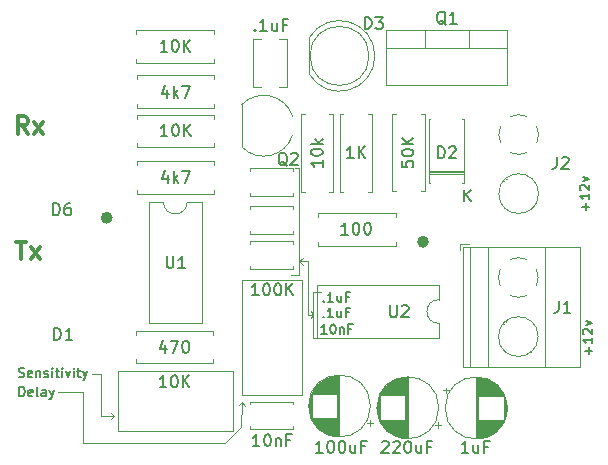
<source format=gbr>
G04 #@! TF.GenerationSoftware,KiCad,Pcbnew,(5.1.4)-1*
G04 #@! TF.CreationDate,2020-06-05T11:24:34+05:30*
G04 #@! TF.ProjectId,v1.0,76312e30-2e6b-4696-9361-645f70636258,rev?*
G04 #@! TF.SameCoordinates,Original*
G04 #@! TF.FileFunction,Legend,Top*
G04 #@! TF.FilePolarity,Positive*
%FSLAX46Y46*%
G04 Gerber Fmt 4.6, Leading zero omitted, Abs format (unit mm)*
G04 Created by KiCad (PCBNEW (5.1.4)-1) date 2020-06-05 11:24:34*
%MOMM*%
%LPD*%
G04 APERTURE LIST*
%ADD10C,0.150000*%
%ADD11C,0.120000*%
%ADD12C,0.500000*%
%ADD13C,0.300000*%
G04 APERTURE END LIST*
D10*
X133153142Y-133197428D02*
X133153142Y-132587904D01*
X133457904Y-132892666D02*
X132848380Y-132892666D01*
X133457904Y-131787904D02*
X133457904Y-132245047D01*
X133457904Y-132016476D02*
X132657904Y-132016476D01*
X132772190Y-132092666D01*
X132848380Y-132168857D01*
X132886476Y-132245047D01*
X132734095Y-131483142D02*
X132696000Y-131445047D01*
X132657904Y-131368857D01*
X132657904Y-131178380D01*
X132696000Y-131102190D01*
X132734095Y-131064095D01*
X132810285Y-131026000D01*
X132886476Y-131026000D01*
X133000761Y-131064095D01*
X133457904Y-131521238D01*
X133457904Y-131026000D01*
X132924571Y-130759333D02*
X133457904Y-130568857D01*
X132924571Y-130378380D01*
X133407142Y-145389428D02*
X133407142Y-144779904D01*
X133711904Y-145084666D02*
X133102380Y-145084666D01*
X133711904Y-143979904D02*
X133711904Y-144437047D01*
X133711904Y-144208476D02*
X132911904Y-144208476D01*
X133026190Y-144284666D01*
X133102380Y-144360857D01*
X133140476Y-144437047D01*
X132988095Y-143675142D02*
X132950000Y-143637047D01*
X132911904Y-143560857D01*
X132911904Y-143370380D01*
X132950000Y-143294190D01*
X132988095Y-143256095D01*
X133064285Y-143218000D01*
X133140476Y-143218000D01*
X133254761Y-143256095D01*
X133711904Y-143713238D01*
X133711904Y-143218000D01*
X133178571Y-142951333D02*
X133711904Y-142760857D01*
X133178571Y-142570380D01*
D11*
X90570000Y-148590000D02*
X90570000Y-152900000D01*
X88500000Y-148590000D02*
X90570000Y-148590000D01*
X92080000Y-147020000D02*
X91350000Y-147020000D01*
X92080000Y-150650000D02*
X92080000Y-147020000D01*
X110060000Y-142020000D02*
X109840000Y-142300000D01*
X110070000Y-142030000D02*
X109850000Y-141760000D01*
X108840000Y-137530000D02*
X109200000Y-137830000D01*
X108860000Y-137500000D02*
X109200000Y-137250000D01*
X109590000Y-137530000D02*
X108840000Y-137530000D01*
X109590000Y-142030000D02*
X109590000Y-137530000D01*
X110080000Y-142030000D02*
X109590000Y-142030000D01*
X110090000Y-144020000D02*
X110640000Y-144020000D01*
X110090000Y-143880000D02*
X110090000Y-144020000D01*
X110090000Y-140080000D02*
X110090000Y-143880000D01*
X110730000Y-140080000D02*
X110090000Y-140080000D01*
X108840000Y-138650000D02*
X108190000Y-138650000D01*
X108840000Y-129630000D02*
X108840000Y-138650000D01*
X108550000Y-129630000D02*
X108840000Y-129630000D01*
X93180000Y-150650000D02*
X92940000Y-150890000D01*
X92920000Y-150390000D02*
X93180000Y-150650000D01*
X93180000Y-150650000D02*
X92920000Y-150390000D01*
X92080000Y-150650000D02*
X93180000Y-150650000D01*
D10*
X85124761Y-147303809D02*
X85239047Y-147341904D01*
X85429523Y-147341904D01*
X85505714Y-147303809D01*
X85543809Y-147265714D01*
X85581904Y-147189523D01*
X85581904Y-147113333D01*
X85543809Y-147037142D01*
X85505714Y-146999047D01*
X85429523Y-146960952D01*
X85277142Y-146922857D01*
X85200952Y-146884761D01*
X85162857Y-146846666D01*
X85124761Y-146770476D01*
X85124761Y-146694285D01*
X85162857Y-146618095D01*
X85200952Y-146580000D01*
X85277142Y-146541904D01*
X85467619Y-146541904D01*
X85581904Y-146580000D01*
X86229523Y-147303809D02*
X86153333Y-147341904D01*
X86000952Y-147341904D01*
X85924761Y-147303809D01*
X85886666Y-147227619D01*
X85886666Y-146922857D01*
X85924761Y-146846666D01*
X86000952Y-146808571D01*
X86153333Y-146808571D01*
X86229523Y-146846666D01*
X86267619Y-146922857D01*
X86267619Y-146999047D01*
X85886666Y-147075238D01*
X86610476Y-146808571D02*
X86610476Y-147341904D01*
X86610476Y-146884761D02*
X86648571Y-146846666D01*
X86724761Y-146808571D01*
X86839047Y-146808571D01*
X86915238Y-146846666D01*
X86953333Y-146922857D01*
X86953333Y-147341904D01*
X87296190Y-147303809D02*
X87372380Y-147341904D01*
X87524761Y-147341904D01*
X87600952Y-147303809D01*
X87639047Y-147227619D01*
X87639047Y-147189523D01*
X87600952Y-147113333D01*
X87524761Y-147075238D01*
X87410476Y-147075238D01*
X87334285Y-147037142D01*
X87296190Y-146960952D01*
X87296190Y-146922857D01*
X87334285Y-146846666D01*
X87410476Y-146808571D01*
X87524761Y-146808571D01*
X87600952Y-146846666D01*
X87981904Y-147341904D02*
X87981904Y-146808571D01*
X87981904Y-146541904D02*
X87943809Y-146580000D01*
X87981904Y-146618095D01*
X88020000Y-146580000D01*
X87981904Y-146541904D01*
X87981904Y-146618095D01*
X88248571Y-146808571D02*
X88553333Y-146808571D01*
X88362857Y-146541904D02*
X88362857Y-147227619D01*
X88400952Y-147303809D01*
X88477142Y-147341904D01*
X88553333Y-147341904D01*
X88820000Y-147341904D02*
X88820000Y-146808571D01*
X88820000Y-146541904D02*
X88781904Y-146580000D01*
X88820000Y-146618095D01*
X88858095Y-146580000D01*
X88820000Y-146541904D01*
X88820000Y-146618095D01*
X89124761Y-146808571D02*
X89315238Y-147341904D01*
X89505714Y-146808571D01*
X89810476Y-147341904D02*
X89810476Y-146808571D01*
X89810476Y-146541904D02*
X89772380Y-146580000D01*
X89810476Y-146618095D01*
X89848571Y-146580000D01*
X89810476Y-146541904D01*
X89810476Y-146618095D01*
X90077142Y-146808571D02*
X90381904Y-146808571D01*
X90191428Y-146541904D02*
X90191428Y-147227619D01*
X90229523Y-147303809D01*
X90305714Y-147341904D01*
X90381904Y-147341904D01*
X90572380Y-146808571D02*
X90762857Y-147341904D01*
X90953333Y-146808571D02*
X90762857Y-147341904D01*
X90686666Y-147532380D01*
X90648571Y-147570476D01*
X90572380Y-147608571D01*
D11*
X104080000Y-149460000D02*
X104320000Y-149750000D01*
X103790000Y-149720000D02*
X104080000Y-149460000D01*
X104080000Y-149450000D02*
X103790000Y-149720000D01*
X103920000Y-151580000D02*
X104080000Y-149450000D01*
X102600000Y-152900000D02*
X103920000Y-151580000D01*
X90570000Y-152900000D02*
X102600000Y-152900000D01*
D10*
X85185428Y-148951904D02*
X85185428Y-148151904D01*
X85375904Y-148151904D01*
X85490190Y-148190000D01*
X85566380Y-148266190D01*
X85604476Y-148342380D01*
X85642571Y-148494761D01*
X85642571Y-148609047D01*
X85604476Y-148761428D01*
X85566380Y-148837619D01*
X85490190Y-148913809D01*
X85375904Y-148951904D01*
X85185428Y-148951904D01*
X86290190Y-148913809D02*
X86214000Y-148951904D01*
X86061619Y-148951904D01*
X85985428Y-148913809D01*
X85947333Y-148837619D01*
X85947333Y-148532857D01*
X85985428Y-148456666D01*
X86061619Y-148418571D01*
X86214000Y-148418571D01*
X86290190Y-148456666D01*
X86328285Y-148532857D01*
X86328285Y-148609047D01*
X85947333Y-148685238D01*
X86785428Y-148951904D02*
X86709238Y-148913809D01*
X86671142Y-148837619D01*
X86671142Y-148151904D01*
X87433047Y-148951904D02*
X87433047Y-148532857D01*
X87394952Y-148456666D01*
X87318761Y-148418571D01*
X87166380Y-148418571D01*
X87090190Y-148456666D01*
X87433047Y-148913809D02*
X87356857Y-148951904D01*
X87166380Y-148951904D01*
X87090190Y-148913809D01*
X87052095Y-148837619D01*
X87052095Y-148761428D01*
X87090190Y-148685238D01*
X87166380Y-148647142D01*
X87356857Y-148647142D01*
X87433047Y-148609047D01*
X87737809Y-148418571D02*
X87928285Y-148951904D01*
X88118761Y-148418571D02*
X87928285Y-148951904D01*
X87852095Y-149142380D01*
X87814000Y-149180476D01*
X87737809Y-149218571D01*
D12*
X119614000Y-135870000D02*
G75*
G03X119614000Y-135870000I-254000J0D01*
G01*
X92834000Y-133830000D02*
G75*
G03X92834000Y-133830000I-254000J0D01*
G01*
D13*
X84924285Y-135848571D02*
X85781428Y-135848571D01*
X85352857Y-137348571D02*
X85352857Y-135848571D01*
X86138571Y-137348571D02*
X86924285Y-136348571D01*
X86138571Y-136348571D02*
X86924285Y-137348571D01*
X85907142Y-126728571D02*
X85407142Y-126014285D01*
X85050000Y-126728571D02*
X85050000Y-125228571D01*
X85621428Y-125228571D01*
X85764285Y-125300000D01*
X85835714Y-125371428D01*
X85907142Y-125514285D01*
X85907142Y-125728571D01*
X85835714Y-125871428D01*
X85764285Y-125942857D01*
X85621428Y-126014285D01*
X85050000Y-126014285D01*
X86407142Y-126728571D02*
X87192857Y-125728571D01*
X86407142Y-125728571D02*
X87192857Y-126728571D01*
D11*
X105615000Y-122740000D02*
X104990000Y-122740000D01*
X107830000Y-122740000D02*
X107205000Y-122740000D01*
X105615000Y-118700000D02*
X104990000Y-118700000D01*
X107830000Y-118700000D02*
X107205000Y-118700000D01*
X104990000Y-118700000D02*
X104990000Y-122740000D01*
X107830000Y-118700000D02*
X107830000Y-122740000D01*
X119860000Y-130100000D02*
X122800000Y-130100000D01*
X119860000Y-129860000D02*
X122800000Y-129860000D01*
X119860000Y-129980000D02*
X122800000Y-129980000D01*
X122800000Y-125440000D02*
X122670000Y-125440000D01*
X122800000Y-130880000D02*
X122800000Y-125440000D01*
X122670000Y-130880000D02*
X122800000Y-130880000D01*
X119860000Y-125440000D02*
X119990000Y-125440000D01*
X119860000Y-130880000D02*
X119860000Y-125440000D01*
X119990000Y-130880000D02*
X119860000Y-130880000D01*
X104042316Y-127858445D02*
G75*
G03X108320000Y-126830000I1827684J1808445D01*
G01*
X104028259Y-124238125D02*
G75*
G02X108320000Y-125230000I1841741J-1811875D01*
G01*
X104020000Y-124250000D02*
X104020000Y-127850000D01*
X122530000Y-136090000D02*
X122530000Y-136590000D01*
X123270000Y-136090000D02*
X122530000Y-136090000D01*
X126407000Y-142663000D02*
X126361000Y-142616000D01*
X128705000Y-144960000D02*
X128669000Y-144925000D01*
X126191000Y-142856000D02*
X126156000Y-142821000D01*
X128499000Y-145165000D02*
X128453000Y-145118000D01*
X132691000Y-146450000D02*
X122770000Y-146450000D01*
X132691000Y-136330000D02*
X122770000Y-136330000D01*
X122770000Y-136330000D02*
X122770000Y-146450000D01*
X132691000Y-136330000D02*
X132691000Y-146450000D01*
X129731000Y-136330000D02*
X129731000Y-146450000D01*
X124830000Y-136330000D02*
X124830000Y-146450000D01*
X123330000Y-136330000D02*
X123330000Y-146450000D01*
X129110000Y-143890000D02*
G75*
G03X129110000Y-143890000I-1680000J0D01*
G01*
X125749747Y-138918805D02*
G75*
G02X125895000Y-138206000I1680253J28805D01*
G01*
X126746958Y-137354574D02*
G75*
G02X128114000Y-137355000I683042J-1535426D01*
G01*
X128965426Y-138206958D02*
G75*
G02X128965000Y-139574000I-1535426J-683042D01*
G01*
X128113042Y-140425426D02*
G75*
G02X126746000Y-140425000I-683042J1535426D01*
G01*
X125895244Y-139573318D02*
G75*
G02X125750000Y-138890000I1534756J683318D01*
G01*
X117050000Y-136200000D02*
X117050000Y-135870000D01*
X110510000Y-136200000D02*
X117050000Y-136200000D01*
X110510000Y-135870000D02*
X110510000Y-136200000D01*
X117050000Y-133460000D02*
X117050000Y-133790000D01*
X110510000Y-133460000D02*
X117050000Y-133460000D01*
X110510000Y-133790000D02*
X110510000Y-133460000D01*
X100640000Y-132500000D02*
X99390000Y-132500000D01*
X100640000Y-142780000D02*
X100640000Y-132500000D01*
X96140000Y-142780000D02*
X100640000Y-142780000D01*
X96140000Y-132500000D02*
X96140000Y-142780000D01*
X97390000Y-132500000D02*
X96140000Y-132500000D01*
X99390000Y-132500000D02*
G75*
G02X97390000Y-132500000I-1000000J0D01*
G01*
X116750000Y-131570000D02*
X117080000Y-131570000D01*
X116750000Y-125030000D02*
X116750000Y-131570000D01*
X117080000Y-125030000D02*
X116750000Y-125030000D01*
X119490000Y-131570000D02*
X119160000Y-131570000D01*
X119490000Y-125030000D02*
X119490000Y-131570000D01*
X119160000Y-125030000D02*
X119490000Y-125030000D01*
X109010000Y-131620000D02*
X109340000Y-131620000D01*
X109010000Y-125080000D02*
X109010000Y-131620000D01*
X109340000Y-125080000D02*
X109010000Y-125080000D01*
X111750000Y-131620000D02*
X111420000Y-131620000D01*
X111750000Y-125080000D02*
X111750000Y-131620000D01*
X111420000Y-125080000D02*
X111750000Y-125080000D01*
X123241000Y-117960000D02*
X123241000Y-119470000D01*
X119540000Y-117960000D02*
X119540000Y-119470000D01*
X116270000Y-119470000D02*
X126510000Y-119470000D01*
X126510000Y-117960000D02*
X126510000Y-122601000D01*
X116270000Y-117960000D02*
X116270000Y-122601000D01*
X116270000Y-122601000D02*
X126510000Y-122601000D01*
X116270000Y-117960000D02*
X126510000Y-117960000D01*
X104700000Y-132850000D02*
X108340000Y-132850000D01*
X104700000Y-135190000D02*
X108340000Y-135190000D01*
X104700000Y-132850000D02*
X104700000Y-133095000D01*
X104700000Y-134945000D02*
X104700000Y-135190000D01*
X108340000Y-132850000D02*
X108340000Y-133095000D01*
X108340000Y-134945000D02*
X108340000Y-135190000D01*
X121305225Y-148205000D02*
X121305225Y-148705000D01*
X121055225Y-148455000D02*
X121555225Y-148455000D01*
X126461000Y-149646000D02*
X126461000Y-150214000D01*
X126421000Y-149412000D02*
X126421000Y-150448000D01*
X126381000Y-149253000D02*
X126381000Y-150607000D01*
X126341000Y-149125000D02*
X126341000Y-150735000D01*
X126301000Y-149015000D02*
X126301000Y-150845000D01*
X126261000Y-148919000D02*
X126261000Y-150941000D01*
X126221000Y-148832000D02*
X126221000Y-151028000D01*
X126181000Y-148752000D02*
X126181000Y-151108000D01*
X126141000Y-150970000D02*
X126141000Y-151181000D01*
X126141000Y-148679000D02*
X126141000Y-148890000D01*
X126101000Y-150970000D02*
X126101000Y-151249000D01*
X126101000Y-148611000D02*
X126101000Y-148890000D01*
X126061000Y-150970000D02*
X126061000Y-151313000D01*
X126061000Y-148547000D02*
X126061000Y-148890000D01*
X126021000Y-150970000D02*
X126021000Y-151373000D01*
X126021000Y-148487000D02*
X126021000Y-148890000D01*
X125981000Y-150970000D02*
X125981000Y-151430000D01*
X125981000Y-148430000D02*
X125981000Y-148890000D01*
X125941000Y-150970000D02*
X125941000Y-151484000D01*
X125941000Y-148376000D02*
X125941000Y-148890000D01*
X125901000Y-150970000D02*
X125901000Y-151535000D01*
X125901000Y-148325000D02*
X125901000Y-148890000D01*
X125861000Y-150970000D02*
X125861000Y-151583000D01*
X125861000Y-148277000D02*
X125861000Y-148890000D01*
X125821000Y-150970000D02*
X125821000Y-151629000D01*
X125821000Y-148231000D02*
X125821000Y-148890000D01*
X125781000Y-150970000D02*
X125781000Y-151673000D01*
X125781000Y-148187000D02*
X125781000Y-148890000D01*
X125741000Y-150970000D02*
X125741000Y-151715000D01*
X125741000Y-148145000D02*
X125741000Y-148890000D01*
X125701000Y-150970000D02*
X125701000Y-151756000D01*
X125701000Y-148104000D02*
X125701000Y-148890000D01*
X125661000Y-150970000D02*
X125661000Y-151794000D01*
X125661000Y-148066000D02*
X125661000Y-148890000D01*
X125621000Y-150970000D02*
X125621000Y-151831000D01*
X125621000Y-148029000D02*
X125621000Y-148890000D01*
X125581000Y-150970000D02*
X125581000Y-151867000D01*
X125581000Y-147993000D02*
X125581000Y-148890000D01*
X125541000Y-150970000D02*
X125541000Y-151901000D01*
X125541000Y-147959000D02*
X125541000Y-148890000D01*
X125501000Y-150970000D02*
X125501000Y-151934000D01*
X125501000Y-147926000D02*
X125501000Y-148890000D01*
X125461000Y-150970000D02*
X125461000Y-151965000D01*
X125461000Y-147895000D02*
X125461000Y-148890000D01*
X125421000Y-150970000D02*
X125421000Y-151995000D01*
X125421000Y-147865000D02*
X125421000Y-148890000D01*
X125381000Y-150970000D02*
X125381000Y-152025000D01*
X125381000Y-147835000D02*
X125381000Y-148890000D01*
X125341000Y-150970000D02*
X125341000Y-152052000D01*
X125341000Y-147808000D02*
X125341000Y-148890000D01*
X125301000Y-150970000D02*
X125301000Y-152079000D01*
X125301000Y-147781000D02*
X125301000Y-148890000D01*
X125261000Y-150970000D02*
X125261000Y-152105000D01*
X125261000Y-147755000D02*
X125261000Y-148890000D01*
X125221000Y-150970000D02*
X125221000Y-152130000D01*
X125221000Y-147730000D02*
X125221000Y-148890000D01*
X125181000Y-150970000D02*
X125181000Y-152154000D01*
X125181000Y-147706000D02*
X125181000Y-148890000D01*
X125141000Y-150970000D02*
X125141000Y-152177000D01*
X125141000Y-147683000D02*
X125141000Y-148890000D01*
X125101000Y-150970000D02*
X125101000Y-152198000D01*
X125101000Y-147662000D02*
X125101000Y-148890000D01*
X125061000Y-150970000D02*
X125061000Y-152220000D01*
X125061000Y-147640000D02*
X125061000Y-148890000D01*
X125021000Y-150970000D02*
X125021000Y-152240000D01*
X125021000Y-147620000D02*
X125021000Y-148890000D01*
X124981000Y-150970000D02*
X124981000Y-152259000D01*
X124981000Y-147601000D02*
X124981000Y-148890000D01*
X124941000Y-150970000D02*
X124941000Y-152278000D01*
X124941000Y-147582000D02*
X124941000Y-148890000D01*
X124901000Y-150970000D02*
X124901000Y-152295000D01*
X124901000Y-147565000D02*
X124901000Y-148890000D01*
X124861000Y-150970000D02*
X124861000Y-152312000D01*
X124861000Y-147548000D02*
X124861000Y-148890000D01*
X124821000Y-150970000D02*
X124821000Y-152328000D01*
X124821000Y-147532000D02*
X124821000Y-148890000D01*
X124781000Y-150970000D02*
X124781000Y-152344000D01*
X124781000Y-147516000D02*
X124781000Y-148890000D01*
X124741000Y-150970000D02*
X124741000Y-152358000D01*
X124741000Y-147502000D02*
X124741000Y-148890000D01*
X124701000Y-150970000D02*
X124701000Y-152372000D01*
X124701000Y-147488000D02*
X124701000Y-148890000D01*
X124661000Y-150970000D02*
X124661000Y-152385000D01*
X124661000Y-147475000D02*
X124661000Y-148890000D01*
X124621000Y-150970000D02*
X124621000Y-152398000D01*
X124621000Y-147462000D02*
X124621000Y-148890000D01*
X124581000Y-150970000D02*
X124581000Y-152410000D01*
X124581000Y-147450000D02*
X124581000Y-148890000D01*
X124540000Y-150970000D02*
X124540000Y-152421000D01*
X124540000Y-147439000D02*
X124540000Y-148890000D01*
X124500000Y-150970000D02*
X124500000Y-152431000D01*
X124500000Y-147429000D02*
X124500000Y-148890000D01*
X124460000Y-150970000D02*
X124460000Y-152441000D01*
X124460000Y-147419000D02*
X124460000Y-148890000D01*
X124420000Y-150970000D02*
X124420000Y-152450000D01*
X124420000Y-147410000D02*
X124420000Y-148890000D01*
X124380000Y-150970000D02*
X124380000Y-152458000D01*
X124380000Y-147402000D02*
X124380000Y-148890000D01*
X124340000Y-150970000D02*
X124340000Y-152466000D01*
X124340000Y-147394000D02*
X124340000Y-148890000D01*
X124300000Y-150970000D02*
X124300000Y-152473000D01*
X124300000Y-147387000D02*
X124300000Y-148890000D01*
X124260000Y-150970000D02*
X124260000Y-152480000D01*
X124260000Y-147380000D02*
X124260000Y-148890000D01*
X124220000Y-150970000D02*
X124220000Y-152486000D01*
X124220000Y-147374000D02*
X124220000Y-148890000D01*
X124180000Y-150970000D02*
X124180000Y-152491000D01*
X124180000Y-147369000D02*
X124180000Y-148890000D01*
X124140000Y-150970000D02*
X124140000Y-152495000D01*
X124140000Y-147365000D02*
X124140000Y-148890000D01*
X124100000Y-150970000D02*
X124100000Y-152499000D01*
X124100000Y-147361000D02*
X124100000Y-148890000D01*
X124060000Y-147357000D02*
X124060000Y-152503000D01*
X124020000Y-147354000D02*
X124020000Y-152506000D01*
X123980000Y-147352000D02*
X123980000Y-152508000D01*
X123940000Y-147351000D02*
X123940000Y-152509000D01*
X123900000Y-147350000D02*
X123900000Y-152510000D01*
X123860000Y-147350000D02*
X123860000Y-152510000D01*
X126480000Y-149930000D02*
G75*
G03X126480000Y-149930000I-2620000J0D01*
G01*
X104700000Y-135810000D02*
X108340000Y-135810000D01*
X104700000Y-138150000D02*
X108340000Y-138150000D01*
X104700000Y-135810000D02*
X104700000Y-136055000D01*
X104700000Y-137905000D02*
X104700000Y-138150000D01*
X108340000Y-135810000D02*
X108340000Y-136055000D01*
X108340000Y-137905000D02*
X108340000Y-138150000D01*
X126437000Y-130563000D02*
X126391000Y-130516000D01*
X128735000Y-132860000D02*
X128699000Y-132825000D01*
X126221000Y-130756000D02*
X126186000Y-130721000D01*
X128529000Y-133065000D02*
X128483000Y-133018000D01*
X129140000Y-131790000D02*
G75*
G03X129140000Y-131790000I-1680000J0D01*
G01*
X125779747Y-126818805D02*
G75*
G02X125925000Y-126106000I1680253J28805D01*
G01*
X126776958Y-125254574D02*
G75*
G02X128144000Y-125255000I683042J-1535426D01*
G01*
X128995426Y-126106958D02*
G75*
G02X128995000Y-127474000I-1535426J-683042D01*
G01*
X128143042Y-128325426D02*
G75*
G02X126776000Y-128325000I-683042J1535426D01*
G01*
X125925244Y-127473318D02*
G75*
G02X125780000Y-126790000I1534756J683318D01*
G01*
X115280000Y-120130462D02*
G75*
G03X109730000Y-118585170I-2990000J462D01*
G01*
X115280000Y-120129538D02*
G75*
G02X109730000Y-121674830I-2990000J-462D01*
G01*
X114790000Y-120130000D02*
G75*
G03X114790000Y-120130000I-2500000J0D01*
G01*
X109730000Y-118585000D02*
X109730000Y-121675000D01*
X95100000Y-117960000D02*
X95100000Y-118290000D01*
X101640000Y-117960000D02*
X95100000Y-117960000D01*
X101640000Y-118290000D02*
X101640000Y-117960000D01*
X95100000Y-120700000D02*
X95100000Y-120370000D01*
X101640000Y-120700000D02*
X95100000Y-120700000D01*
X101640000Y-120370000D02*
X101640000Y-120700000D01*
X120624775Y-151645000D02*
X120624775Y-151145000D01*
X120874775Y-151395000D02*
X120374775Y-151395000D01*
X115469000Y-150204000D02*
X115469000Y-149636000D01*
X115509000Y-150438000D02*
X115509000Y-149402000D01*
X115549000Y-150597000D02*
X115549000Y-149243000D01*
X115589000Y-150725000D02*
X115589000Y-149115000D01*
X115629000Y-150835000D02*
X115629000Y-149005000D01*
X115669000Y-150931000D02*
X115669000Y-148909000D01*
X115709000Y-151018000D02*
X115709000Y-148822000D01*
X115749000Y-151098000D02*
X115749000Y-148742000D01*
X115789000Y-148880000D02*
X115789000Y-148669000D01*
X115789000Y-151171000D02*
X115789000Y-150960000D01*
X115829000Y-148880000D02*
X115829000Y-148601000D01*
X115829000Y-151239000D02*
X115829000Y-150960000D01*
X115869000Y-148880000D02*
X115869000Y-148537000D01*
X115869000Y-151303000D02*
X115869000Y-150960000D01*
X115909000Y-148880000D02*
X115909000Y-148477000D01*
X115909000Y-151363000D02*
X115909000Y-150960000D01*
X115949000Y-148880000D02*
X115949000Y-148420000D01*
X115949000Y-151420000D02*
X115949000Y-150960000D01*
X115989000Y-148880000D02*
X115989000Y-148366000D01*
X115989000Y-151474000D02*
X115989000Y-150960000D01*
X116029000Y-148880000D02*
X116029000Y-148315000D01*
X116029000Y-151525000D02*
X116029000Y-150960000D01*
X116069000Y-148880000D02*
X116069000Y-148267000D01*
X116069000Y-151573000D02*
X116069000Y-150960000D01*
X116109000Y-148880000D02*
X116109000Y-148221000D01*
X116109000Y-151619000D02*
X116109000Y-150960000D01*
X116149000Y-148880000D02*
X116149000Y-148177000D01*
X116149000Y-151663000D02*
X116149000Y-150960000D01*
X116189000Y-148880000D02*
X116189000Y-148135000D01*
X116189000Y-151705000D02*
X116189000Y-150960000D01*
X116229000Y-148880000D02*
X116229000Y-148094000D01*
X116229000Y-151746000D02*
X116229000Y-150960000D01*
X116269000Y-148880000D02*
X116269000Y-148056000D01*
X116269000Y-151784000D02*
X116269000Y-150960000D01*
X116309000Y-148880000D02*
X116309000Y-148019000D01*
X116309000Y-151821000D02*
X116309000Y-150960000D01*
X116349000Y-148880000D02*
X116349000Y-147983000D01*
X116349000Y-151857000D02*
X116349000Y-150960000D01*
X116389000Y-148880000D02*
X116389000Y-147949000D01*
X116389000Y-151891000D02*
X116389000Y-150960000D01*
X116429000Y-148880000D02*
X116429000Y-147916000D01*
X116429000Y-151924000D02*
X116429000Y-150960000D01*
X116469000Y-148880000D02*
X116469000Y-147885000D01*
X116469000Y-151955000D02*
X116469000Y-150960000D01*
X116509000Y-148880000D02*
X116509000Y-147855000D01*
X116509000Y-151985000D02*
X116509000Y-150960000D01*
X116549000Y-148880000D02*
X116549000Y-147825000D01*
X116549000Y-152015000D02*
X116549000Y-150960000D01*
X116589000Y-148880000D02*
X116589000Y-147798000D01*
X116589000Y-152042000D02*
X116589000Y-150960000D01*
X116629000Y-148880000D02*
X116629000Y-147771000D01*
X116629000Y-152069000D02*
X116629000Y-150960000D01*
X116669000Y-148880000D02*
X116669000Y-147745000D01*
X116669000Y-152095000D02*
X116669000Y-150960000D01*
X116709000Y-148880000D02*
X116709000Y-147720000D01*
X116709000Y-152120000D02*
X116709000Y-150960000D01*
X116749000Y-148880000D02*
X116749000Y-147696000D01*
X116749000Y-152144000D02*
X116749000Y-150960000D01*
X116789000Y-148880000D02*
X116789000Y-147673000D01*
X116789000Y-152167000D02*
X116789000Y-150960000D01*
X116829000Y-148880000D02*
X116829000Y-147652000D01*
X116829000Y-152188000D02*
X116829000Y-150960000D01*
X116869000Y-148880000D02*
X116869000Y-147630000D01*
X116869000Y-152210000D02*
X116869000Y-150960000D01*
X116909000Y-148880000D02*
X116909000Y-147610000D01*
X116909000Y-152230000D02*
X116909000Y-150960000D01*
X116949000Y-148880000D02*
X116949000Y-147591000D01*
X116949000Y-152249000D02*
X116949000Y-150960000D01*
X116989000Y-148880000D02*
X116989000Y-147572000D01*
X116989000Y-152268000D02*
X116989000Y-150960000D01*
X117029000Y-148880000D02*
X117029000Y-147555000D01*
X117029000Y-152285000D02*
X117029000Y-150960000D01*
X117069000Y-148880000D02*
X117069000Y-147538000D01*
X117069000Y-152302000D02*
X117069000Y-150960000D01*
X117109000Y-148880000D02*
X117109000Y-147522000D01*
X117109000Y-152318000D02*
X117109000Y-150960000D01*
X117149000Y-148880000D02*
X117149000Y-147506000D01*
X117149000Y-152334000D02*
X117149000Y-150960000D01*
X117189000Y-148880000D02*
X117189000Y-147492000D01*
X117189000Y-152348000D02*
X117189000Y-150960000D01*
X117229000Y-148880000D02*
X117229000Y-147478000D01*
X117229000Y-152362000D02*
X117229000Y-150960000D01*
X117269000Y-148880000D02*
X117269000Y-147465000D01*
X117269000Y-152375000D02*
X117269000Y-150960000D01*
X117309000Y-148880000D02*
X117309000Y-147452000D01*
X117309000Y-152388000D02*
X117309000Y-150960000D01*
X117349000Y-148880000D02*
X117349000Y-147440000D01*
X117349000Y-152400000D02*
X117349000Y-150960000D01*
X117390000Y-148880000D02*
X117390000Y-147429000D01*
X117390000Y-152411000D02*
X117390000Y-150960000D01*
X117430000Y-148880000D02*
X117430000Y-147419000D01*
X117430000Y-152421000D02*
X117430000Y-150960000D01*
X117470000Y-148880000D02*
X117470000Y-147409000D01*
X117470000Y-152431000D02*
X117470000Y-150960000D01*
X117510000Y-148880000D02*
X117510000Y-147400000D01*
X117510000Y-152440000D02*
X117510000Y-150960000D01*
X117550000Y-148880000D02*
X117550000Y-147392000D01*
X117550000Y-152448000D02*
X117550000Y-150960000D01*
X117590000Y-148880000D02*
X117590000Y-147384000D01*
X117590000Y-152456000D02*
X117590000Y-150960000D01*
X117630000Y-148880000D02*
X117630000Y-147377000D01*
X117630000Y-152463000D02*
X117630000Y-150960000D01*
X117670000Y-148880000D02*
X117670000Y-147370000D01*
X117670000Y-152470000D02*
X117670000Y-150960000D01*
X117710000Y-148880000D02*
X117710000Y-147364000D01*
X117710000Y-152476000D02*
X117710000Y-150960000D01*
X117750000Y-148880000D02*
X117750000Y-147359000D01*
X117750000Y-152481000D02*
X117750000Y-150960000D01*
X117790000Y-148880000D02*
X117790000Y-147355000D01*
X117790000Y-152485000D02*
X117790000Y-150960000D01*
X117830000Y-148880000D02*
X117830000Y-147351000D01*
X117830000Y-152489000D02*
X117830000Y-150960000D01*
X117870000Y-152493000D02*
X117870000Y-147347000D01*
X117910000Y-152496000D02*
X117910000Y-147344000D01*
X117950000Y-152498000D02*
X117950000Y-147342000D01*
X117990000Y-152499000D02*
X117990000Y-147341000D01*
X118030000Y-152500000D02*
X118030000Y-147340000D01*
X118070000Y-152500000D02*
X118070000Y-147340000D01*
X120690000Y-149920000D02*
G75*
G03X120690000Y-149920000I-2620000J0D01*
G01*
X108340000Y-131745000D02*
X108340000Y-131990000D01*
X108340000Y-129650000D02*
X108340000Y-129895000D01*
X104700000Y-131745000D02*
X104700000Y-131990000D01*
X104700000Y-129650000D02*
X104700000Y-129895000D01*
X104700000Y-131990000D02*
X108340000Y-131990000D01*
X104700000Y-129650000D02*
X108340000Y-129650000D01*
X108380000Y-151730000D02*
X104740000Y-151730000D01*
X108380000Y-149390000D02*
X104740000Y-149390000D01*
X108380000Y-151730000D02*
X108380000Y-151485000D01*
X108380000Y-149635000D02*
X108380000Y-149390000D01*
X104740000Y-151730000D02*
X104740000Y-151485000D01*
X104740000Y-149635000D02*
X104740000Y-149390000D01*
X114910000Y-149770000D02*
G75*
G03X114910000Y-149770000I-2620000J0D01*
G01*
X112290000Y-152350000D02*
X112290000Y-147190000D01*
X112250000Y-152350000D02*
X112250000Y-147190000D01*
X112210000Y-152349000D02*
X112210000Y-147191000D01*
X112170000Y-152348000D02*
X112170000Y-147192000D01*
X112130000Y-152346000D02*
X112130000Y-147194000D01*
X112090000Y-152343000D02*
X112090000Y-147197000D01*
X112050000Y-152339000D02*
X112050000Y-150810000D01*
X112050000Y-148730000D02*
X112050000Y-147201000D01*
X112010000Y-152335000D02*
X112010000Y-150810000D01*
X112010000Y-148730000D02*
X112010000Y-147205000D01*
X111970000Y-152331000D02*
X111970000Y-150810000D01*
X111970000Y-148730000D02*
X111970000Y-147209000D01*
X111930000Y-152326000D02*
X111930000Y-150810000D01*
X111930000Y-148730000D02*
X111930000Y-147214000D01*
X111890000Y-152320000D02*
X111890000Y-150810000D01*
X111890000Y-148730000D02*
X111890000Y-147220000D01*
X111850000Y-152313000D02*
X111850000Y-150810000D01*
X111850000Y-148730000D02*
X111850000Y-147227000D01*
X111810000Y-152306000D02*
X111810000Y-150810000D01*
X111810000Y-148730000D02*
X111810000Y-147234000D01*
X111770000Y-152298000D02*
X111770000Y-150810000D01*
X111770000Y-148730000D02*
X111770000Y-147242000D01*
X111730000Y-152290000D02*
X111730000Y-150810000D01*
X111730000Y-148730000D02*
X111730000Y-147250000D01*
X111690000Y-152281000D02*
X111690000Y-150810000D01*
X111690000Y-148730000D02*
X111690000Y-147259000D01*
X111650000Y-152271000D02*
X111650000Y-150810000D01*
X111650000Y-148730000D02*
X111650000Y-147269000D01*
X111610000Y-152261000D02*
X111610000Y-150810000D01*
X111610000Y-148730000D02*
X111610000Y-147279000D01*
X111569000Y-152250000D02*
X111569000Y-150810000D01*
X111569000Y-148730000D02*
X111569000Y-147290000D01*
X111529000Y-152238000D02*
X111529000Y-150810000D01*
X111529000Y-148730000D02*
X111529000Y-147302000D01*
X111489000Y-152225000D02*
X111489000Y-150810000D01*
X111489000Y-148730000D02*
X111489000Y-147315000D01*
X111449000Y-152212000D02*
X111449000Y-150810000D01*
X111449000Y-148730000D02*
X111449000Y-147328000D01*
X111409000Y-152198000D02*
X111409000Y-150810000D01*
X111409000Y-148730000D02*
X111409000Y-147342000D01*
X111369000Y-152184000D02*
X111369000Y-150810000D01*
X111369000Y-148730000D02*
X111369000Y-147356000D01*
X111329000Y-152168000D02*
X111329000Y-150810000D01*
X111329000Y-148730000D02*
X111329000Y-147372000D01*
X111289000Y-152152000D02*
X111289000Y-150810000D01*
X111289000Y-148730000D02*
X111289000Y-147388000D01*
X111249000Y-152135000D02*
X111249000Y-150810000D01*
X111249000Y-148730000D02*
X111249000Y-147405000D01*
X111209000Y-152118000D02*
X111209000Y-150810000D01*
X111209000Y-148730000D02*
X111209000Y-147422000D01*
X111169000Y-152099000D02*
X111169000Y-150810000D01*
X111169000Y-148730000D02*
X111169000Y-147441000D01*
X111129000Y-152080000D02*
X111129000Y-150810000D01*
X111129000Y-148730000D02*
X111129000Y-147460000D01*
X111089000Y-152060000D02*
X111089000Y-150810000D01*
X111089000Y-148730000D02*
X111089000Y-147480000D01*
X111049000Y-152038000D02*
X111049000Y-150810000D01*
X111049000Y-148730000D02*
X111049000Y-147502000D01*
X111009000Y-152017000D02*
X111009000Y-150810000D01*
X111009000Y-148730000D02*
X111009000Y-147523000D01*
X110969000Y-151994000D02*
X110969000Y-150810000D01*
X110969000Y-148730000D02*
X110969000Y-147546000D01*
X110929000Y-151970000D02*
X110929000Y-150810000D01*
X110929000Y-148730000D02*
X110929000Y-147570000D01*
X110889000Y-151945000D02*
X110889000Y-150810000D01*
X110889000Y-148730000D02*
X110889000Y-147595000D01*
X110849000Y-151919000D02*
X110849000Y-150810000D01*
X110849000Y-148730000D02*
X110849000Y-147621000D01*
X110809000Y-151892000D02*
X110809000Y-150810000D01*
X110809000Y-148730000D02*
X110809000Y-147648000D01*
X110769000Y-151865000D02*
X110769000Y-150810000D01*
X110769000Y-148730000D02*
X110769000Y-147675000D01*
X110729000Y-151835000D02*
X110729000Y-150810000D01*
X110729000Y-148730000D02*
X110729000Y-147705000D01*
X110689000Y-151805000D02*
X110689000Y-150810000D01*
X110689000Y-148730000D02*
X110689000Y-147735000D01*
X110649000Y-151774000D02*
X110649000Y-150810000D01*
X110649000Y-148730000D02*
X110649000Y-147766000D01*
X110609000Y-151741000D02*
X110609000Y-150810000D01*
X110609000Y-148730000D02*
X110609000Y-147799000D01*
X110569000Y-151707000D02*
X110569000Y-150810000D01*
X110569000Y-148730000D02*
X110569000Y-147833000D01*
X110529000Y-151671000D02*
X110529000Y-150810000D01*
X110529000Y-148730000D02*
X110529000Y-147869000D01*
X110489000Y-151634000D02*
X110489000Y-150810000D01*
X110489000Y-148730000D02*
X110489000Y-147906000D01*
X110449000Y-151596000D02*
X110449000Y-150810000D01*
X110449000Y-148730000D02*
X110449000Y-147944000D01*
X110409000Y-151555000D02*
X110409000Y-150810000D01*
X110409000Y-148730000D02*
X110409000Y-147985000D01*
X110369000Y-151513000D02*
X110369000Y-150810000D01*
X110369000Y-148730000D02*
X110369000Y-148027000D01*
X110329000Y-151469000D02*
X110329000Y-150810000D01*
X110329000Y-148730000D02*
X110329000Y-148071000D01*
X110289000Y-151423000D02*
X110289000Y-150810000D01*
X110289000Y-148730000D02*
X110289000Y-148117000D01*
X110249000Y-151375000D02*
X110249000Y-150810000D01*
X110249000Y-148730000D02*
X110249000Y-148165000D01*
X110209000Y-151324000D02*
X110209000Y-150810000D01*
X110209000Y-148730000D02*
X110209000Y-148216000D01*
X110169000Y-151270000D02*
X110169000Y-150810000D01*
X110169000Y-148730000D02*
X110169000Y-148270000D01*
X110129000Y-151213000D02*
X110129000Y-150810000D01*
X110129000Y-148730000D02*
X110129000Y-148327000D01*
X110089000Y-151153000D02*
X110089000Y-150810000D01*
X110089000Y-148730000D02*
X110089000Y-148387000D01*
X110049000Y-151089000D02*
X110049000Y-150810000D01*
X110049000Y-148730000D02*
X110049000Y-148451000D01*
X110009000Y-151021000D02*
X110009000Y-150810000D01*
X110009000Y-148730000D02*
X110009000Y-148519000D01*
X109969000Y-150948000D02*
X109969000Y-148592000D01*
X109929000Y-150868000D02*
X109929000Y-148672000D01*
X109889000Y-150781000D02*
X109889000Y-148759000D01*
X109849000Y-150685000D02*
X109849000Y-148855000D01*
X109809000Y-150575000D02*
X109809000Y-148965000D01*
X109769000Y-150447000D02*
X109769000Y-149093000D01*
X109729000Y-150288000D02*
X109729000Y-149252000D01*
X109689000Y-150054000D02*
X109689000Y-149486000D01*
X115094775Y-151245000D02*
X114594775Y-151245000D01*
X114844775Y-151495000D02*
X114844775Y-150995000D01*
X101610000Y-145810000D02*
X101610000Y-146140000D01*
X101610000Y-146140000D02*
X95070000Y-146140000D01*
X95070000Y-146140000D02*
X95070000Y-145810000D01*
X101610000Y-143730000D02*
X101610000Y-143400000D01*
X101610000Y-143400000D02*
X95070000Y-143400000D01*
X95070000Y-143400000D02*
X95070000Y-143730000D01*
X95120000Y-121770000D02*
X95120000Y-122100000D01*
X101660000Y-121770000D02*
X95120000Y-121770000D01*
X101660000Y-122100000D02*
X101660000Y-121770000D01*
X95120000Y-124510000D02*
X95120000Y-124180000D01*
X101660000Y-124510000D02*
X95120000Y-124510000D01*
X101660000Y-124180000D02*
X101660000Y-124510000D01*
X101680000Y-131800000D02*
X101680000Y-131470000D01*
X95140000Y-131800000D02*
X101680000Y-131800000D01*
X95140000Y-131470000D02*
X95140000Y-131800000D01*
X101680000Y-129060000D02*
X101680000Y-129390000D01*
X95140000Y-129060000D02*
X101680000Y-129060000D01*
X95140000Y-129390000D02*
X95140000Y-129060000D01*
X101660000Y-127510000D02*
X101660000Y-127840000D01*
X101660000Y-127840000D02*
X95120000Y-127840000D01*
X95120000Y-127840000D02*
X95120000Y-127510000D01*
X101660000Y-125430000D02*
X101660000Y-125100000D01*
X101660000Y-125100000D02*
X95120000Y-125100000D01*
X95120000Y-125100000D02*
X95120000Y-125430000D01*
X112300000Y-131620000D02*
X112630000Y-131620000D01*
X112300000Y-125080000D02*
X112300000Y-131620000D01*
X112630000Y-125080000D02*
X112300000Y-125080000D01*
X115040000Y-131620000D02*
X114710000Y-131620000D01*
X115040000Y-125080000D02*
X115040000Y-131620000D01*
X114710000Y-125080000D02*
X115040000Y-125080000D01*
X103305000Y-146780000D02*
X103305000Y-151850000D01*
X93535000Y-146780000D02*
X93535000Y-151850000D01*
X93535000Y-151850000D02*
X103305000Y-151850000D01*
X93535000Y-146780000D02*
X103305000Y-146780000D01*
X104050000Y-148865000D02*
X104050000Y-139095000D01*
X109120000Y-148865000D02*
X109120000Y-139095000D01*
X104050000Y-148865000D02*
X109120000Y-148865000D01*
X104050000Y-139095000D02*
X109120000Y-139095000D01*
X120690000Y-142770000D02*
G75*
G02X120690000Y-140770000I0J1000000D01*
G01*
X120690000Y-140770000D02*
X120690000Y-139520000D01*
X120690000Y-139520000D02*
X110410000Y-139520000D01*
X110410000Y-139520000D02*
X110410000Y-144020000D01*
X110410000Y-144020000D02*
X120690000Y-144020000D01*
X120690000Y-144020000D02*
X120690000Y-142770000D01*
D10*
X105142857Y-117917142D02*
X105190476Y-117964761D01*
X105142857Y-118012380D01*
X105095238Y-117964761D01*
X105142857Y-117917142D01*
X105142857Y-118012380D01*
X106142857Y-118012380D02*
X105571428Y-118012380D01*
X105857142Y-118012380D02*
X105857142Y-117012380D01*
X105761904Y-117155238D01*
X105666666Y-117250476D01*
X105571428Y-117298095D01*
X107000000Y-117345714D02*
X107000000Y-118012380D01*
X106571428Y-117345714D02*
X106571428Y-117869523D01*
X106619047Y-117964761D01*
X106714285Y-118012380D01*
X106857142Y-118012380D01*
X106952380Y-117964761D01*
X107000000Y-117917142D01*
X107809523Y-117488571D02*
X107476190Y-117488571D01*
X107476190Y-118012380D02*
X107476190Y-117012380D01*
X107952380Y-117012380D01*
X120621904Y-128792380D02*
X120621904Y-127792380D01*
X120860000Y-127792380D01*
X121002857Y-127840000D01*
X121098095Y-127935238D01*
X121145714Y-128030476D01*
X121193333Y-128220952D01*
X121193333Y-128363809D01*
X121145714Y-128554285D01*
X121098095Y-128649523D01*
X121002857Y-128744761D01*
X120860000Y-128792380D01*
X120621904Y-128792380D01*
X121574285Y-127887619D02*
X121621904Y-127840000D01*
X121717142Y-127792380D01*
X121955238Y-127792380D01*
X122050476Y-127840000D01*
X122098095Y-127887619D01*
X122145714Y-127982857D01*
X122145714Y-128078095D01*
X122098095Y-128220952D01*
X121526666Y-128792380D01*
X122145714Y-128792380D01*
X122848095Y-132452380D02*
X122848095Y-131452380D01*
X123419523Y-132452380D02*
X122990952Y-131880952D01*
X123419523Y-131452380D02*
X122848095Y-132023809D01*
X107854761Y-129437619D02*
X107759523Y-129390000D01*
X107664285Y-129294761D01*
X107521428Y-129151904D01*
X107426190Y-129104285D01*
X107330952Y-129104285D01*
X107378571Y-129342380D02*
X107283333Y-129294761D01*
X107188095Y-129199523D01*
X107140476Y-129009047D01*
X107140476Y-128675714D01*
X107188095Y-128485238D01*
X107283333Y-128390000D01*
X107378571Y-128342380D01*
X107569047Y-128342380D01*
X107664285Y-128390000D01*
X107759523Y-128485238D01*
X107807142Y-128675714D01*
X107807142Y-129009047D01*
X107759523Y-129199523D01*
X107664285Y-129294761D01*
X107569047Y-129342380D01*
X107378571Y-129342380D01*
X108188095Y-128437619D02*
X108235714Y-128390000D01*
X108330952Y-128342380D01*
X108569047Y-128342380D01*
X108664285Y-128390000D01*
X108711904Y-128437619D01*
X108759523Y-128532857D01*
X108759523Y-128628095D01*
X108711904Y-128770952D01*
X108140476Y-129342380D01*
X108759523Y-129342380D01*
X130836666Y-140872380D02*
X130836666Y-141586666D01*
X130789047Y-141729523D01*
X130693809Y-141824761D01*
X130550952Y-141872380D01*
X130455714Y-141872380D01*
X131836666Y-141872380D02*
X131265238Y-141872380D01*
X131550952Y-141872380D02*
X131550952Y-140872380D01*
X131455714Y-141015238D01*
X131360476Y-141110476D01*
X131265238Y-141158095D01*
X113033333Y-135252380D02*
X112461904Y-135252380D01*
X112747619Y-135252380D02*
X112747619Y-134252380D01*
X112652380Y-134395238D01*
X112557142Y-134490476D01*
X112461904Y-134538095D01*
X113652380Y-134252380D02*
X113747619Y-134252380D01*
X113842857Y-134300000D01*
X113890476Y-134347619D01*
X113938095Y-134442857D01*
X113985714Y-134633333D01*
X113985714Y-134871428D01*
X113938095Y-135061904D01*
X113890476Y-135157142D01*
X113842857Y-135204761D01*
X113747619Y-135252380D01*
X113652380Y-135252380D01*
X113557142Y-135204761D01*
X113509523Y-135157142D01*
X113461904Y-135061904D01*
X113414285Y-134871428D01*
X113414285Y-134633333D01*
X113461904Y-134442857D01*
X113509523Y-134347619D01*
X113557142Y-134300000D01*
X113652380Y-134252380D01*
X114604761Y-134252380D02*
X114700000Y-134252380D01*
X114795238Y-134300000D01*
X114842857Y-134347619D01*
X114890476Y-134442857D01*
X114938095Y-134633333D01*
X114938095Y-134871428D01*
X114890476Y-135061904D01*
X114842857Y-135157142D01*
X114795238Y-135204761D01*
X114700000Y-135252380D01*
X114604761Y-135252380D01*
X114509523Y-135204761D01*
X114461904Y-135157142D01*
X114414285Y-135061904D01*
X114366666Y-134871428D01*
X114366666Y-134633333D01*
X114414285Y-134442857D01*
X114461904Y-134347619D01*
X114509523Y-134300000D01*
X114604761Y-134252380D01*
X97658095Y-137082380D02*
X97658095Y-137891904D01*
X97705714Y-137987142D01*
X97753333Y-138034761D01*
X97848571Y-138082380D01*
X98039047Y-138082380D01*
X98134285Y-138034761D01*
X98181904Y-137987142D01*
X98229523Y-137891904D01*
X98229523Y-137082380D01*
X99229523Y-138082380D02*
X98658095Y-138082380D01*
X98943809Y-138082380D02*
X98943809Y-137082380D01*
X98848571Y-137225238D01*
X98753333Y-137320476D01*
X98658095Y-137368095D01*
X117542380Y-129038095D02*
X117542380Y-129514285D01*
X118018571Y-129561904D01*
X117970952Y-129514285D01*
X117923333Y-129419047D01*
X117923333Y-129180952D01*
X117970952Y-129085714D01*
X118018571Y-129038095D01*
X118113809Y-128990476D01*
X118351904Y-128990476D01*
X118447142Y-129038095D01*
X118494761Y-129085714D01*
X118542380Y-129180952D01*
X118542380Y-129419047D01*
X118494761Y-129514285D01*
X118447142Y-129561904D01*
X117542380Y-128371428D02*
X117542380Y-128276190D01*
X117590000Y-128180952D01*
X117637619Y-128133333D01*
X117732857Y-128085714D01*
X117923333Y-128038095D01*
X118161428Y-128038095D01*
X118351904Y-128085714D01*
X118447142Y-128133333D01*
X118494761Y-128180952D01*
X118542380Y-128276190D01*
X118542380Y-128371428D01*
X118494761Y-128466666D01*
X118447142Y-128514285D01*
X118351904Y-128561904D01*
X118161428Y-128609523D01*
X117923333Y-128609523D01*
X117732857Y-128561904D01*
X117637619Y-128514285D01*
X117590000Y-128466666D01*
X117542380Y-128371428D01*
X118542380Y-127609523D02*
X117542380Y-127609523D01*
X118542380Y-127038095D02*
X117970952Y-127466666D01*
X117542380Y-127038095D02*
X118113809Y-127609523D01*
X110872380Y-128945238D02*
X110872380Y-129516666D01*
X110872380Y-129230952D02*
X109872380Y-129230952D01*
X110015238Y-129326190D01*
X110110476Y-129421428D01*
X110158095Y-129516666D01*
X109872380Y-128326190D02*
X109872380Y-128230952D01*
X109920000Y-128135714D01*
X109967619Y-128088095D01*
X110062857Y-128040476D01*
X110253333Y-127992857D01*
X110491428Y-127992857D01*
X110681904Y-128040476D01*
X110777142Y-128088095D01*
X110824761Y-128135714D01*
X110872380Y-128230952D01*
X110872380Y-128326190D01*
X110824761Y-128421428D01*
X110777142Y-128469047D01*
X110681904Y-128516666D01*
X110491428Y-128564285D01*
X110253333Y-128564285D01*
X110062857Y-128516666D01*
X109967619Y-128469047D01*
X109920000Y-128421428D01*
X109872380Y-128326190D01*
X110872380Y-127564285D02*
X109872380Y-127564285D01*
X110491428Y-127469047D02*
X110872380Y-127183333D01*
X110205714Y-127183333D02*
X110586666Y-127564285D01*
X121294761Y-117487619D02*
X121199523Y-117440000D01*
X121104285Y-117344761D01*
X120961428Y-117201904D01*
X120866190Y-117154285D01*
X120770952Y-117154285D01*
X120818571Y-117392380D02*
X120723333Y-117344761D01*
X120628095Y-117249523D01*
X120580476Y-117059047D01*
X120580476Y-116725714D01*
X120628095Y-116535238D01*
X120723333Y-116440000D01*
X120818571Y-116392380D01*
X121009047Y-116392380D01*
X121104285Y-116440000D01*
X121199523Y-116535238D01*
X121247142Y-116725714D01*
X121247142Y-117059047D01*
X121199523Y-117249523D01*
X121104285Y-117344761D01*
X121009047Y-117392380D01*
X120818571Y-117392380D01*
X122199523Y-117392380D02*
X121628095Y-117392380D01*
X121913809Y-117392380D02*
X121913809Y-116392380D01*
X121818571Y-116535238D01*
X121723333Y-116630476D01*
X121628095Y-116678095D01*
X110944285Y-142195714D02*
X110982380Y-142233809D01*
X110944285Y-142271904D01*
X110906190Y-142233809D01*
X110944285Y-142195714D01*
X110944285Y-142271904D01*
X111744285Y-142271904D02*
X111287142Y-142271904D01*
X111515714Y-142271904D02*
X111515714Y-141471904D01*
X111439523Y-141586190D01*
X111363333Y-141662380D01*
X111287142Y-141700476D01*
X112430000Y-141738571D02*
X112430000Y-142271904D01*
X112087142Y-141738571D02*
X112087142Y-142157619D01*
X112125238Y-142233809D01*
X112201428Y-142271904D01*
X112315714Y-142271904D01*
X112391904Y-142233809D01*
X112430000Y-142195714D01*
X113077619Y-141852857D02*
X112810952Y-141852857D01*
X112810952Y-142271904D02*
X112810952Y-141471904D01*
X113191904Y-141471904D01*
X123194761Y-153742380D02*
X122623333Y-153742380D01*
X122909047Y-153742380D02*
X122909047Y-152742380D01*
X122813809Y-152885238D01*
X122718571Y-152980476D01*
X122623333Y-153028095D01*
X124051904Y-153075714D02*
X124051904Y-153742380D01*
X123623333Y-153075714D02*
X123623333Y-153599523D01*
X123670952Y-153694761D01*
X123766190Y-153742380D01*
X123909047Y-153742380D01*
X124004285Y-153694761D01*
X124051904Y-153647142D01*
X124861428Y-153218571D02*
X124528095Y-153218571D01*
X124528095Y-153742380D02*
X124528095Y-152742380D01*
X125004285Y-152742380D01*
X111212857Y-143651904D02*
X110755714Y-143651904D01*
X110984285Y-143651904D02*
X110984285Y-142851904D01*
X110908095Y-142966190D01*
X110831904Y-143042380D01*
X110755714Y-143080476D01*
X111708095Y-142851904D02*
X111784285Y-142851904D01*
X111860476Y-142890000D01*
X111898571Y-142928095D01*
X111936666Y-143004285D01*
X111974761Y-143156666D01*
X111974761Y-143347142D01*
X111936666Y-143499523D01*
X111898571Y-143575714D01*
X111860476Y-143613809D01*
X111784285Y-143651904D01*
X111708095Y-143651904D01*
X111631904Y-143613809D01*
X111593809Y-143575714D01*
X111555714Y-143499523D01*
X111517619Y-143347142D01*
X111517619Y-143156666D01*
X111555714Y-143004285D01*
X111593809Y-142928095D01*
X111631904Y-142890000D01*
X111708095Y-142851904D01*
X112317619Y-143118571D02*
X112317619Y-143651904D01*
X112317619Y-143194761D02*
X112355714Y-143156666D01*
X112431904Y-143118571D01*
X112546190Y-143118571D01*
X112622380Y-143156666D01*
X112660476Y-143232857D01*
X112660476Y-143651904D01*
X113308095Y-143232857D02*
X113041428Y-143232857D01*
X113041428Y-143651904D02*
X113041428Y-142851904D01*
X113422380Y-142851904D01*
X130696666Y-128692380D02*
X130696666Y-129406666D01*
X130649047Y-129549523D01*
X130553809Y-129644761D01*
X130410952Y-129692380D01*
X130315714Y-129692380D01*
X131125238Y-128787619D02*
X131172857Y-128740000D01*
X131268095Y-128692380D01*
X131506190Y-128692380D01*
X131601428Y-128740000D01*
X131649047Y-128787619D01*
X131696666Y-128882857D01*
X131696666Y-128978095D01*
X131649047Y-129120952D01*
X131077619Y-129692380D01*
X131696666Y-129692380D01*
X114431904Y-117852380D02*
X114431904Y-116852380D01*
X114670000Y-116852380D01*
X114812857Y-116900000D01*
X114908095Y-116995238D01*
X114955714Y-117090476D01*
X115003333Y-117280952D01*
X115003333Y-117423809D01*
X114955714Y-117614285D01*
X114908095Y-117709523D01*
X114812857Y-117804761D01*
X114670000Y-117852380D01*
X114431904Y-117852380D01*
X115336666Y-116852380D02*
X115955714Y-116852380D01*
X115622380Y-117233333D01*
X115765238Y-117233333D01*
X115860476Y-117280952D01*
X115908095Y-117328571D01*
X115955714Y-117423809D01*
X115955714Y-117661904D01*
X115908095Y-117757142D01*
X115860476Y-117804761D01*
X115765238Y-117852380D01*
X115479523Y-117852380D01*
X115384285Y-117804761D01*
X115336666Y-117757142D01*
X97709523Y-119762380D02*
X97138095Y-119762380D01*
X97423809Y-119762380D02*
X97423809Y-118762380D01*
X97328571Y-118905238D01*
X97233333Y-119000476D01*
X97138095Y-119048095D01*
X98328571Y-118762380D02*
X98423809Y-118762380D01*
X98519047Y-118810000D01*
X98566666Y-118857619D01*
X98614285Y-118952857D01*
X98661904Y-119143333D01*
X98661904Y-119381428D01*
X98614285Y-119571904D01*
X98566666Y-119667142D01*
X98519047Y-119714761D01*
X98423809Y-119762380D01*
X98328571Y-119762380D01*
X98233333Y-119714761D01*
X98185714Y-119667142D01*
X98138095Y-119571904D01*
X98090476Y-119381428D01*
X98090476Y-119143333D01*
X98138095Y-118952857D01*
X98185714Y-118857619D01*
X98233333Y-118810000D01*
X98328571Y-118762380D01*
X99090476Y-119762380D02*
X99090476Y-118762380D01*
X99661904Y-119762380D02*
X99233333Y-119190952D01*
X99661904Y-118762380D02*
X99090476Y-119333809D01*
X88051904Y-133612380D02*
X88051904Y-132612380D01*
X88290000Y-132612380D01*
X88432857Y-132660000D01*
X88528095Y-132755238D01*
X88575714Y-132850476D01*
X88623333Y-133040952D01*
X88623333Y-133183809D01*
X88575714Y-133374285D01*
X88528095Y-133469523D01*
X88432857Y-133564761D01*
X88290000Y-133612380D01*
X88051904Y-133612380D01*
X89480476Y-132612380D02*
X89290000Y-132612380D01*
X89194761Y-132660000D01*
X89147142Y-132707619D01*
X89051904Y-132850476D01*
X89004285Y-133040952D01*
X89004285Y-133421904D01*
X89051904Y-133517142D01*
X89099523Y-133564761D01*
X89194761Y-133612380D01*
X89385238Y-133612380D01*
X89480476Y-133564761D01*
X89528095Y-133517142D01*
X89575714Y-133421904D01*
X89575714Y-133183809D01*
X89528095Y-133088571D01*
X89480476Y-133040952D01*
X89385238Y-132993333D01*
X89194761Y-132993333D01*
X89099523Y-133040952D01*
X89051904Y-133088571D01*
X89004285Y-133183809D01*
X88141904Y-144172380D02*
X88141904Y-143172380D01*
X88380000Y-143172380D01*
X88522857Y-143220000D01*
X88618095Y-143315238D01*
X88665714Y-143410476D01*
X88713333Y-143600952D01*
X88713333Y-143743809D01*
X88665714Y-143934285D01*
X88618095Y-144029523D01*
X88522857Y-144124761D01*
X88380000Y-144172380D01*
X88141904Y-144172380D01*
X89665714Y-144172380D02*
X89094285Y-144172380D01*
X89380000Y-144172380D02*
X89380000Y-143172380D01*
X89284761Y-143315238D01*
X89189523Y-143410476D01*
X89094285Y-143458095D01*
X115880952Y-152847619D02*
X115928571Y-152800000D01*
X116023809Y-152752380D01*
X116261904Y-152752380D01*
X116357142Y-152800000D01*
X116404761Y-152847619D01*
X116452380Y-152942857D01*
X116452380Y-153038095D01*
X116404761Y-153180952D01*
X115833333Y-153752380D01*
X116452380Y-153752380D01*
X116833333Y-152847619D02*
X116880952Y-152800000D01*
X116976190Y-152752380D01*
X117214285Y-152752380D01*
X117309523Y-152800000D01*
X117357142Y-152847619D01*
X117404761Y-152942857D01*
X117404761Y-153038095D01*
X117357142Y-153180952D01*
X116785714Y-153752380D01*
X117404761Y-153752380D01*
X118023809Y-152752380D02*
X118119047Y-152752380D01*
X118214285Y-152800000D01*
X118261904Y-152847619D01*
X118309523Y-152942857D01*
X118357142Y-153133333D01*
X118357142Y-153371428D01*
X118309523Y-153561904D01*
X118261904Y-153657142D01*
X118214285Y-153704761D01*
X118119047Y-153752380D01*
X118023809Y-153752380D01*
X117928571Y-153704761D01*
X117880952Y-153657142D01*
X117833333Y-153561904D01*
X117785714Y-153371428D01*
X117785714Y-153133333D01*
X117833333Y-152942857D01*
X117880952Y-152847619D01*
X117928571Y-152800000D01*
X118023809Y-152752380D01*
X119214285Y-153085714D02*
X119214285Y-153752380D01*
X118785714Y-153085714D02*
X118785714Y-153609523D01*
X118833333Y-153704761D01*
X118928571Y-153752380D01*
X119071428Y-153752380D01*
X119166666Y-153704761D01*
X119214285Y-153657142D01*
X120023809Y-153228571D02*
X119690476Y-153228571D01*
X119690476Y-153752380D02*
X119690476Y-152752380D01*
X120166666Y-152752380D01*
X110954285Y-140875714D02*
X110992380Y-140913809D01*
X110954285Y-140951904D01*
X110916190Y-140913809D01*
X110954285Y-140875714D01*
X110954285Y-140951904D01*
X111754285Y-140951904D02*
X111297142Y-140951904D01*
X111525714Y-140951904D02*
X111525714Y-140151904D01*
X111449523Y-140266190D01*
X111373333Y-140342380D01*
X111297142Y-140380476D01*
X112440000Y-140418571D02*
X112440000Y-140951904D01*
X112097142Y-140418571D02*
X112097142Y-140837619D01*
X112135238Y-140913809D01*
X112211428Y-140951904D01*
X112325714Y-140951904D01*
X112401904Y-140913809D01*
X112440000Y-140875714D01*
X113087619Y-140532857D02*
X112820952Y-140532857D01*
X112820952Y-140951904D02*
X112820952Y-140151904D01*
X113201904Y-140151904D01*
X105518571Y-153162380D02*
X104947142Y-153162380D01*
X105232857Y-153162380D02*
X105232857Y-152162380D01*
X105137619Y-152305238D01*
X105042380Y-152400476D01*
X104947142Y-152448095D01*
X106137619Y-152162380D02*
X106232857Y-152162380D01*
X106328095Y-152210000D01*
X106375714Y-152257619D01*
X106423333Y-152352857D01*
X106470952Y-152543333D01*
X106470952Y-152781428D01*
X106423333Y-152971904D01*
X106375714Y-153067142D01*
X106328095Y-153114761D01*
X106232857Y-153162380D01*
X106137619Y-153162380D01*
X106042380Y-153114761D01*
X105994761Y-153067142D01*
X105947142Y-152971904D01*
X105899523Y-152781428D01*
X105899523Y-152543333D01*
X105947142Y-152352857D01*
X105994761Y-152257619D01*
X106042380Y-152210000D01*
X106137619Y-152162380D01*
X106899523Y-152495714D02*
X106899523Y-153162380D01*
X106899523Y-152590952D02*
X106947142Y-152543333D01*
X107042380Y-152495714D01*
X107185238Y-152495714D01*
X107280476Y-152543333D01*
X107328095Y-152638571D01*
X107328095Y-153162380D01*
X108137619Y-152638571D02*
X107804285Y-152638571D01*
X107804285Y-153162380D02*
X107804285Y-152162380D01*
X108280476Y-152162380D01*
X110882380Y-153722380D02*
X110310952Y-153722380D01*
X110596666Y-153722380D02*
X110596666Y-152722380D01*
X110501428Y-152865238D01*
X110406190Y-152960476D01*
X110310952Y-153008095D01*
X111501428Y-152722380D02*
X111596666Y-152722380D01*
X111691904Y-152770000D01*
X111739523Y-152817619D01*
X111787142Y-152912857D01*
X111834761Y-153103333D01*
X111834761Y-153341428D01*
X111787142Y-153531904D01*
X111739523Y-153627142D01*
X111691904Y-153674761D01*
X111596666Y-153722380D01*
X111501428Y-153722380D01*
X111406190Y-153674761D01*
X111358571Y-153627142D01*
X111310952Y-153531904D01*
X111263333Y-153341428D01*
X111263333Y-153103333D01*
X111310952Y-152912857D01*
X111358571Y-152817619D01*
X111406190Y-152770000D01*
X111501428Y-152722380D01*
X112453809Y-152722380D02*
X112549047Y-152722380D01*
X112644285Y-152770000D01*
X112691904Y-152817619D01*
X112739523Y-152912857D01*
X112787142Y-153103333D01*
X112787142Y-153341428D01*
X112739523Y-153531904D01*
X112691904Y-153627142D01*
X112644285Y-153674761D01*
X112549047Y-153722380D01*
X112453809Y-153722380D01*
X112358571Y-153674761D01*
X112310952Y-153627142D01*
X112263333Y-153531904D01*
X112215714Y-153341428D01*
X112215714Y-153103333D01*
X112263333Y-152912857D01*
X112310952Y-152817619D01*
X112358571Y-152770000D01*
X112453809Y-152722380D01*
X113644285Y-153055714D02*
X113644285Y-153722380D01*
X113215714Y-153055714D02*
X113215714Y-153579523D01*
X113263333Y-153674761D01*
X113358571Y-153722380D01*
X113501428Y-153722380D01*
X113596666Y-153674761D01*
X113644285Y-153627142D01*
X114453809Y-153198571D02*
X114120476Y-153198571D01*
X114120476Y-153722380D02*
X114120476Y-152722380D01*
X114596666Y-152722380D01*
X97558095Y-144585714D02*
X97558095Y-145252380D01*
X97320000Y-144204761D02*
X97081904Y-144919047D01*
X97700952Y-144919047D01*
X97986666Y-144252380D02*
X98653333Y-144252380D01*
X98224761Y-145252380D01*
X99224761Y-144252380D02*
X99320000Y-144252380D01*
X99415238Y-144300000D01*
X99462857Y-144347619D01*
X99510476Y-144442857D01*
X99558095Y-144633333D01*
X99558095Y-144871428D01*
X99510476Y-145061904D01*
X99462857Y-145157142D01*
X99415238Y-145204761D01*
X99320000Y-145252380D01*
X99224761Y-145252380D01*
X99129523Y-145204761D01*
X99081904Y-145157142D01*
X99034285Y-145061904D01*
X98986666Y-144871428D01*
X98986666Y-144633333D01*
X99034285Y-144442857D01*
X99081904Y-144347619D01*
X99129523Y-144300000D01*
X99224761Y-144252380D01*
X97729523Y-122985714D02*
X97729523Y-123652380D01*
X97491428Y-122604761D02*
X97253333Y-123319047D01*
X97872380Y-123319047D01*
X98253333Y-123652380D02*
X98253333Y-122652380D01*
X98348571Y-123271428D02*
X98634285Y-123652380D01*
X98634285Y-122985714D02*
X98253333Y-123366666D01*
X98967619Y-122652380D02*
X99634285Y-122652380D01*
X99205714Y-123652380D01*
X97739523Y-130195714D02*
X97739523Y-130862380D01*
X97501428Y-129814761D02*
X97263333Y-130529047D01*
X97882380Y-130529047D01*
X98263333Y-130862380D02*
X98263333Y-129862380D01*
X98358571Y-130481428D02*
X98644285Y-130862380D01*
X98644285Y-130195714D02*
X98263333Y-130576666D01*
X98977619Y-129862380D02*
X99644285Y-129862380D01*
X99215714Y-130862380D01*
X97729523Y-126912380D02*
X97158095Y-126912380D01*
X97443809Y-126912380D02*
X97443809Y-125912380D01*
X97348571Y-126055238D01*
X97253333Y-126150476D01*
X97158095Y-126198095D01*
X98348571Y-125912380D02*
X98443809Y-125912380D01*
X98539047Y-125960000D01*
X98586666Y-126007619D01*
X98634285Y-126102857D01*
X98681904Y-126293333D01*
X98681904Y-126531428D01*
X98634285Y-126721904D01*
X98586666Y-126817142D01*
X98539047Y-126864761D01*
X98443809Y-126912380D01*
X98348571Y-126912380D01*
X98253333Y-126864761D01*
X98205714Y-126817142D01*
X98158095Y-126721904D01*
X98110476Y-126531428D01*
X98110476Y-126293333D01*
X98158095Y-126102857D01*
X98205714Y-126007619D01*
X98253333Y-125960000D01*
X98348571Y-125912380D01*
X99110476Y-126912380D02*
X99110476Y-125912380D01*
X99681904Y-126912380D02*
X99253333Y-126340952D01*
X99681904Y-125912380D02*
X99110476Y-126483809D01*
X113485714Y-128782380D02*
X112914285Y-128782380D01*
X113200000Y-128782380D02*
X113200000Y-127782380D01*
X113104761Y-127925238D01*
X113009523Y-128020476D01*
X112914285Y-128068095D01*
X113914285Y-128782380D02*
X113914285Y-127782380D01*
X114485714Y-128782380D02*
X114057142Y-128210952D01*
X114485714Y-127782380D02*
X113914285Y-128353809D01*
X97639523Y-148182380D02*
X97068095Y-148182380D01*
X97353809Y-148182380D02*
X97353809Y-147182380D01*
X97258571Y-147325238D01*
X97163333Y-147420476D01*
X97068095Y-147468095D01*
X98258571Y-147182380D02*
X98353809Y-147182380D01*
X98449047Y-147230000D01*
X98496666Y-147277619D01*
X98544285Y-147372857D01*
X98591904Y-147563333D01*
X98591904Y-147801428D01*
X98544285Y-147991904D01*
X98496666Y-148087142D01*
X98449047Y-148134761D01*
X98353809Y-148182380D01*
X98258571Y-148182380D01*
X98163333Y-148134761D01*
X98115714Y-148087142D01*
X98068095Y-147991904D01*
X98020476Y-147801428D01*
X98020476Y-147563333D01*
X98068095Y-147372857D01*
X98115714Y-147277619D01*
X98163333Y-147230000D01*
X98258571Y-147182380D01*
X99020476Y-148182380D02*
X99020476Y-147182380D01*
X99591904Y-148182380D02*
X99163333Y-147610952D01*
X99591904Y-147182380D02*
X99020476Y-147753809D01*
X105453333Y-140392380D02*
X104881904Y-140392380D01*
X105167619Y-140392380D02*
X105167619Y-139392380D01*
X105072380Y-139535238D01*
X104977142Y-139630476D01*
X104881904Y-139678095D01*
X106072380Y-139392380D02*
X106167619Y-139392380D01*
X106262857Y-139440000D01*
X106310476Y-139487619D01*
X106358095Y-139582857D01*
X106405714Y-139773333D01*
X106405714Y-140011428D01*
X106358095Y-140201904D01*
X106310476Y-140297142D01*
X106262857Y-140344761D01*
X106167619Y-140392380D01*
X106072380Y-140392380D01*
X105977142Y-140344761D01*
X105929523Y-140297142D01*
X105881904Y-140201904D01*
X105834285Y-140011428D01*
X105834285Y-139773333D01*
X105881904Y-139582857D01*
X105929523Y-139487619D01*
X105977142Y-139440000D01*
X106072380Y-139392380D01*
X107024761Y-139392380D02*
X107120000Y-139392380D01*
X107215238Y-139440000D01*
X107262857Y-139487619D01*
X107310476Y-139582857D01*
X107358095Y-139773333D01*
X107358095Y-140011428D01*
X107310476Y-140201904D01*
X107262857Y-140297142D01*
X107215238Y-140344761D01*
X107120000Y-140392380D01*
X107024761Y-140392380D01*
X106929523Y-140344761D01*
X106881904Y-140297142D01*
X106834285Y-140201904D01*
X106786666Y-140011428D01*
X106786666Y-139773333D01*
X106834285Y-139582857D01*
X106881904Y-139487619D01*
X106929523Y-139440000D01*
X107024761Y-139392380D01*
X107786666Y-140392380D02*
X107786666Y-139392380D01*
X108358095Y-140392380D02*
X107929523Y-139820952D01*
X108358095Y-139392380D02*
X107786666Y-139963809D01*
X116568095Y-141242380D02*
X116568095Y-142051904D01*
X116615714Y-142147142D01*
X116663333Y-142194761D01*
X116758571Y-142242380D01*
X116949047Y-142242380D01*
X117044285Y-142194761D01*
X117091904Y-142147142D01*
X117139523Y-142051904D01*
X117139523Y-141242380D01*
X117568095Y-141337619D02*
X117615714Y-141290000D01*
X117710952Y-141242380D01*
X117949047Y-141242380D01*
X118044285Y-141290000D01*
X118091904Y-141337619D01*
X118139523Y-141432857D01*
X118139523Y-141528095D01*
X118091904Y-141670952D01*
X117520476Y-142242380D01*
X118139523Y-142242380D01*
M02*

</source>
